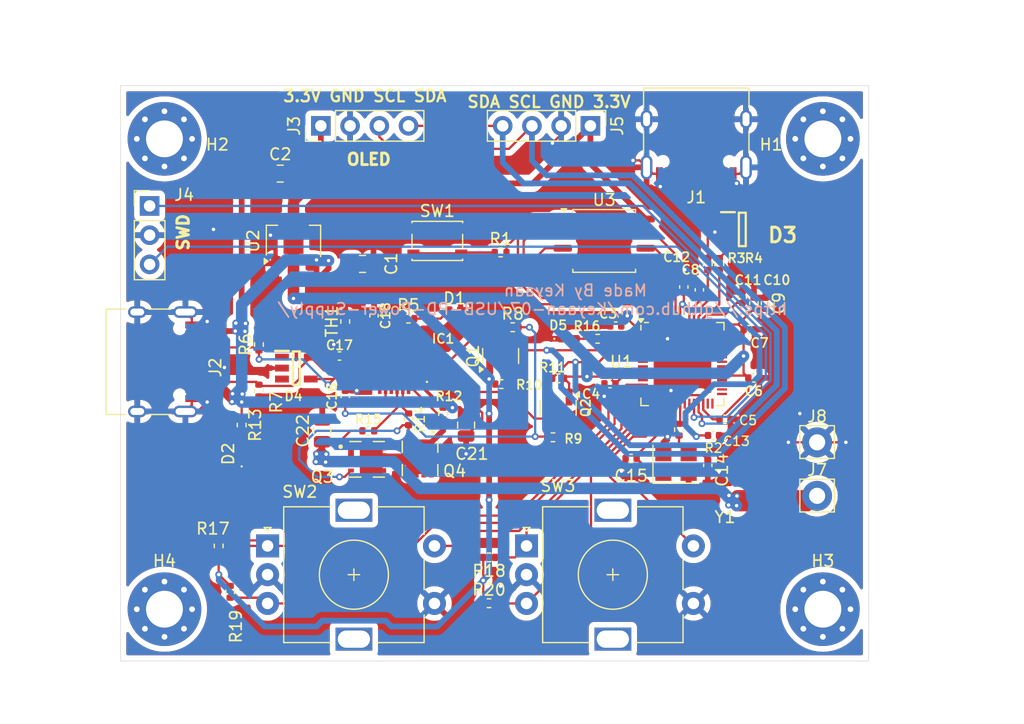
<source format=kicad_pcb>
(kicad_pcb (version 20240108) (generator "pcbnew") (generator_version "8.0")
  (layers (0 "F.Cu" signal) (31 "B.Cu" signal) (34 "B.Paste" user) (35 "F.Paste" user) (36 "B.SilkS" user "B.Silkscreen") (37 "F.SilkS" user "F.Silkscreen") (38 "B.Mask" user) (39 "F.Mask" user) (44 "Edge.Cuts" user))
  (net 0 "")
  (net 1 "VBUS")
  (net 2 "GND")
  (net 3 "3.3_main")
  (net 4 "1.1v")
  (net 5 "Net-(C14-Pad2)")
  (net 6 "Net-(U1-XIN)")
  (net 7 "Net-(IC1-IFB)")
  (net 8 "Net-(IC1-V18)")
  (net 9 "5v")
  (net 10 "VBUS_OUT")
  (net 11 "Net-(D1-A)")
  (net 12 "Net-(D2-A)")
  (net 14 "RP2040_USB_DP")
  (net 15 "RP2040_USB_DM")
  (net 17 "PD_CC2")
  (net 18 "PD_CC1")
  (net 19 "Net-(D5-A)")
  (net 22 "Net-(IC1-OTP)")
  (net 24 "SDA_5V")
  (net 26 "Net-(IC1-LED)")
  (net 27 "SCL_5V")
  (net 29 "Net-(IC1-PWR_EN)")
  (net 31 "Net-(IC1-VCC)")
  (net 34 "Net-(IC1-VOUT)")
  (net 37 "SDA_3.3v")
  (net 38 "SCL_3.3V")
  (net 39 "SWDCLK")
  (net 40 "SWDIO")
  (net 41 "GATE_NMOS")
  (net 42 "Net-(R1-Pad1)")
  (net 43 "QSPI_SS")
  (net 44 "Net-(U1-XOUT)")
  (net 45 "Net-(U1-USB_DP)")
  (net 46 "Net-(U1-USB_DM)")
  (net 47 "A_RE1")
  (net 48 "A_RE2")
  (net 49 "B_RE1")
  (net 50 "B_RE2")
  (net 51 "SW_RE1")
  (net 52 "SW_RE2")
  (net 58 "QSPI_SD2")
  (net 62 "QSPI_SD1")
  (net 63 "QSPI_SD3")
  (net 64 "QSPI_SCLK")
  (net 70 "QSPI_SD0")
  (net 74 "Net-(Q3-D)")
  (net 83 "Net-(U1-GPIO0)")
  (footprint "Package_TO_SOT_SMD:SOT-23" (layer "F.Cu") (at 182.5 72.5 90)
    (property "Reference" "Q1")
    (property "Value" "BSS138")
  )
  (footprint "Capacitor_SMD:C_0805_2012Metric" (layer "F.Cu") (at 179.5 78.5 -90)
    (property "Reference" "C21")
    (property "Value" "10u")
  )
  (footprint "Resistor_SMD:R_0402_1005Metric" (layer "F.Cu") (at 158 89 -90)
    (property "Reference" "R17")
    (property "Value" "5.1k")
  )
  (footprint "Capacitor_SMD:C_0402_1005Metric" (layer "F.Cu") (at 200.5 82 90)
    (property "Reference" "C14")
    (property "Value" "15p")
  )
  (footprint "Connector_PinHeader_2.54mm:PinHeader_1x04_P2.54mm_Vertical" (layer "F.Cu") (at 190.3 52.5 -90)
    (property "Reference" "J5")
    (property "Value" "Conn_01x04_Socket_external")
  )
  (footprint "Resistor_SMD:R_0402_1005Metric" (layer "F.Cu") (at 198 78.9 90)
    (property "Reference" "R2")
    (property "Value" "1k")
  )
  (footprint "Resistor_SMD:R_0402_1005Metric" (layer "F.Cu") (at 182.55 74.9375 180)
    (property "Reference" "R10")
    (property "Value" "5.1k")
  )
  (footprint "Package_DFN_QFN:TRANS_AONR21307" (layer "F.Cu") (at 175.5 81.4 -90)
    (property "Reference" "Q4")
    (property "Value" "AON7672E")
  )
  (footprint "Capacitor_SMD:C_0402_1005Metric" (layer "F.Cu") (at 198.417912 66.501605 -90)
    (property "Reference" "C12")
    (property "Value" "100n")
  )
  (footprint "Capacitor_SMD:C_0805_2012Metric" (layer "F.Cu") (at 170.5 64.5 180)
    (property "Reference" "C1")
    (property "Value" "10u")
  )
  (footprint "Connector_USB:USB_C_Receptacle_XKB_U262-16XN-4BVC11" (layer "F.Cu") (at 199.5 53 180)
    (property "Reference" "J1")
    (property "Value" "USB_C_Receptacle_USB2.0_14P_RP2040")
  )
  (footprint "Capacitor_SMD:C_0402_1005Metric" (layer "F.Cu") (at 171.5 69 -90)
    (property "Reference" "C18")
    (property "Value" "100n")
  )
  (footprint "Package_DFN_QFN:TRANS_AONR21307" (layer "F.Cu") (at 170.9 81.475)
    (property "Reference" "Q3")
    (property "Value" "AON7672E")
  )
  (footprint "Resistor_SMD:R_0402_1005Metric" (layer "F.Cu") (at 182.5 63.5)
    (property "Reference" "R1")
    (property "Value" "1k")
  )
  (footprint "Capacitor_SMD:C_0402_1005Metric" (layer "F.Cu") (at 204.51 67.9 -90)
    (property "Reference" "C10")
    (property "Value" "1u")
  )
  (footprint "Connector_PinHeader_2.54mm:PinHeader_1x03_P2.54mm_Vertical" (layer "F.Cu") (at 152 59.46)
    (property "Reference" "J4")
    (property "Value" "Conn_01x03_Pin_SWD")
  )
  (footprint "Capacitor_SMD:C_0402_1005Metric" (layer "F.Cu") (at 192 74.9)
    (property "Reference" "C4")
    (property "Value" "100n")
  )
  (footprint "Resistor_SMD:R_0402_1005Metric" (layer "F.Cu") (at 160 78.5 -90)
    (property "Reference" "R13")
    (property "Value" "10k")
  )
  (footprint "LED_SMD:LED_0402_1005Metric" (layer "F.Cu") (at 178.515 68.5 180)
    (property "Reference" "D1")
    (property "Value" "LED")
  )
  (footprint "Package_DFN_QFN:QFN-56-1EP_7x7mm_P0.4mm_EP3.2x3.2mm" (layer "F.Cu") (at 198.3 73.2)
    (property "Reference" "U1")
    (property "Value" "RP2040")
  )
  (footprint "Connector_USB:USB_C_Receptacle_XKB_U262-16XN-4BVC11" (layer "F.Cu") (at 152 73 -90)
    (property "Reference" "J2")
    (property "Value" "USB_C_Receptacle_USB2.0_14P")
  )
  (footprint "Crystal:Crystal_SMD_3225-4Pin_3.2x2.5mm" (layer "F.Cu") (at 197.7375 81.9)
    (property "Reference" "Y1")
    (property "Value" "Crystal_GND24")
  )
  (footprint "Connector_Pin:Pin_D1.4mm_L8.5mm_W2.8mm_FlatFork" (layer "F.Cu") (at 210 80 180)
    (property "Reference" "J8")
    (property "Value" "Conn_01x01_Socket")
  )
  (footprint "Capacitor_SMD:C_0402_1005Metric" (layer "F.Cu") (at 199.767805 66.750339 -90)
    (property "Reference" "C8")
    (property "Value" "100n")
  )
  (footprint "Package_TO_SOT_SMD:SOT95P280X145-5N" (layer "F.Cu") (at 203.5 61.5)
    (property "Reference" "D3")
    (property "Value" "ESDS314DBVR" (hide yes))
  )
  (footprint "MountingHole:MountingHole_3.2mm_M3_Pad_Via" (layer "F.Cu") (at 153.289626 94.5)
    (property "Reference" "H4")
    (property "Value" "MountingHole")
  )
  (footprint "Capacitor_SMD:C_0402_1005Metric" (layer "F.Cu") (at 201 79.4 180)
    (property "Reference" "C13")
    (property "Value" "100n")
  )
  (footprint "MountingHole:MountingHole_3.2mm_M3_Pad_Via" (layer "F.Cu") (at 210.5 53.631553)
    (property "Reference" "H1")
    (property "Value" "MountingHole")
  )
  (footprint "Package_TO_SOT_SMD:SOT-23" (layer "F.Cu") (at 187.5 77 -90)
    (property "Reference" "Q2")
    (property "Value" "BSS138")
  )
  (footprint "Resistor_SMD:R_0402_1005Metric" (layer "F.Cu") (at 187.05 79.5625 180)
    (property "Reference" "R9")
    (property "Value" "5.1k")
  )
  (footprint "MountingHole:MountingHole_3.2mm_M3_Pad_Via" (layer "F.Cu") (at 210.5 94.5)
    (property "Reference" "H3")
    (property "Value" "MountingHole")
  )
  (footprint "Capacitor_SMD:C_0805_2012Metric" (layer "F.Cu") (at 163.35 56.65)
    (property "Reference" "C2")
    (property "Value" "10u")
  )
  (footprint "LED_SMD:LED_0402_1005Metric" (layer "F.Cu") (at 160 81 90)
    (property "Reference" "D2")
    (property "Value" "LED")
  )
  (footprint "Connector_Pin:Pin_D1.4mm_L8.5mm_W2.8mm_FlatFork" (layer "F.Cu") (at 210 84.65 180)
    (property "Reference" "J7")
    (property "Value" "Conn_01x01_Socket")
  )
  (footprint "Capacitor_SMD:C_0402_1005Metric" (layer "F.Cu") (at 192.5 69.9)
    (property "Reference" "C3")
    (property "Value" "100n")
  )
  (footprint "Resistor_SMD:R_0402_1005Metric" (layer "F.Cu") (at 169 69.5 90)
    (property "Reference" "TH1")
    (property "Value" "10k @ 25C")
  )
  (footprint "Resistor_SMD:R_0402_1005Metric" (layer "F.Cu") (at 181.49 93.98)
    (property "Reference" "R20")
    (property "Value" "5.1k")
  )
  (footprint "Resistor_SMD:R_0402_1005Metric" (layer "F.Cu") (at 181.5 90 180)
    (property "Reference" "R18")
    (property "Value" "5.1k")
  )
  (footprint "LED_SMD:LED_0402_1005Metric_Pad0.77x0.64mm_HandSolder" (layer "F.Cu") (at 188.4275 71)
    (property "Reference" "D5")
    (property "Value" "LED")
  )
  (footprint "Resistor_SMD:R_0402_1005Metric" (layer "F.Cu") (at 174.49 69.25)
    (property "Reference" "R5")
    (property "Value" "1k")
  )
  (footprint "Resistor_SMD:R_0402_1005Metric" (layer "F.Cu") (at 174.5 78 90)
    (property "Reference" "R14")
    (property "Value" "10")
  )
  (footprint "Capacitor_SMD:C_0402_1005Metric" (layer "F.Cu") (at 204.090208 70.204771 180)
    (property "Reference" "C7")
    (property "Value" "100n")
  )
  (footprint "Capacitor_SMD:C_0402_1005Metric" (layer "F.Cu") (at 203.5 67.4 -90)
    (property "Reference" "C11")
    (property "Value" "1u")
  )
  (footprint "Rotary_Encoder:RotaryEncoder_Alps_EC11E-Switch_Vertical_H20mm" (layer "F.Cu") (at 184.75 89)
    (property "Reference" "SW3")
    (property "Value" "RotaryEncoder_Switch_Current")
  )
  (footprint "Resistor_SMD:R_0402_1005Metric" (layer "F.Cu") (at 159 92.99 -90)
    (property "Reference" "R19")
    (property "Value" "5.1k")
  )
  (footprint "Capacitor_SMD:C_0402_1005Metric" (layer "F.Cu") (at 205.51 67.92 -90)
    (property "Reference" "C9")
    (property "Value" "100n")
  )
  (footprint "Capacitor_SMD:C_0402_1005Metric" (layer "F.Cu") (at 169 76 90)
    (property "Reference" "C16")
    (property "Value" "1u")
  )
  (footprint "Resistor_SMD:R_0402_1005Metric" (layer "F.Cu") (at 201.5 64.5 -90)
    (property "Reference" "R4")
    (property "Value" "27")
  )
  (footprint "Resistor_SMD:R_0402_1005Metric" (layer "F.Cu") (at 161.5 75.5 90)
    (property "Reference" "R7")
    (property "Value" "5.1k")
  )
  (footprint "MountingHole:MountingHole_3.2mm_M3_Pad_Via" (layer "F.Cu") (at 153.289626 53.631553)
    (property "Reference" "H2")
    (property "Value" "MountingHole")
  )
  (footprint "Resistor_SMD:R_0402_1005Metric" (layer "F.Cu") (at 190.9275 71 180)
    (property "Reference" "R16")
    (property "Value" "1k")
  )
  (footprint "Package_QFP:AP33772SDKZ13FA01" (layer "F.Cu") (at 173.25 73.5 180)
    (property "Reference" "IC1")
    (property "Value" "AP33772SDKZ-13-FA01" (hide yes))
  )
  (footprint "Rotary_Encoder:RotaryEncoder_Alps_EC11E-Switch_Vertical_H20mm" (layer "F.Cu") (at 162.25 89)
    (property "Reference" "SW2")
    (property "Value" "RotaryEncoder_Switch_Voltage")
  )
  (footprint "Package_SO:SOIC-8_5.23x5.23mm_P1.27mm" (layer "F.Cu") (at 191.5 62.5)
    (property "Reference" "U3")
    (property "Value" "W25Q128JVS")
  )
  (footprint "Resistor_SMD:R_0402_1005Metric" (layer "F.Cu") (at 177.5 77.5 -90)
    (property "Reference" "R12")
    (property "Value" "5m")
  )
  (footprint "Resistor_SMD:R_0402_1005Metric" (layer "F.Cu") (at 200.5 64.5 -90)
    (property "Reference" "R3")
    (property "Value" "27")
  )
  (footprint "Resistor_SMD:R_0402_1005Metric" (layer "F.Cu") (at 161.5 71.5 90)
    (property "Reference" "R6")
    (property "Value" "5.1k")
  )
  (footprint "Resistor_SMD:R_0402_1005Metric" (layer "F.Cu") (at 183.55 70)
    (property "Reference" "R8")
    (property "Value" "5.1k")
  )
  (footprint "Package_TO_SOT_SMD:SOT95P280X145-5N" (layer "F.Cu") (at 164.75 73.55)
    (property "Reference" "D4")
    (property "Value" "ESDS314DBVR" (hide yes))
  )
  (footprint "Connector_PinHeader_2.54mm:PinHeader_1x04_P2.54mm_Vertical" (layer "F.Cu") (at 166.88 52.5 90)
    (property "Reference" "J3")
    (property "Value" "Conn_01x04_Socket_OLED")
  )
  (footprint "Capacitor_SMD:C_0402_1005Metric" (layer "F.Cu") (at 204.5 74.4 180)
    (property "Reference" "C6")
    (property "Value" "100n")
  )
  (footprint "Resistor_SMD:R_0402_1005Metric" (layer "F.Cu") (at 187.5 74.4375)
    (property "Reference" "R11")
    (property "Value" "5.1k")
  )
  (footprint "Capacitor_SMD:C_0402_1005Metric" (layer "F.Cu") (at 202 78 180)
    (property "Reference" "C5")
    (property "Value" "100n")
  )
  (footprint "Package_TO_SOT_SMD:SOT-89-3" (layer "F.Cu") (at 164.5 62.5 90)
    (property "Reference" "U2")
    (property "Value" "AMS1117s-3.3")
  )
  (footprint "Resistor_SMD:R_0402_1005Metric" (layer "F.Cu") (at 171 79 180)
    (property "Reference" "R15")
    (property "Value" "100")
  )
  (footprint "Button_Switch_SMD:SW_SPST_PTS810" (layer "F.Cu") (at 177 62.5)
    (property "Reference" "SW1")
    (property "Value" "SW_Push")
  )
  (footprint "Capacitor_SMD:C_0402_1005Metric" (layer "F.Cu") (at 193.8375 81.4)
    (property "Reference" "C15")
    (property "Value" "15p")
  )
  (footprint "Capacitor_SMD:C_0402_1005Metric" (layer "F.Cu") (at 168.5 72.5)
    (property "Reference" "C17")
    (property "Value" "100n")
  )
  (footprint "Capacitor_SMD:C_0805_2012Metric" (layer "F.Cu") (at 167 79 90)
    (property "Reference" "C22")
    (property "Value" "10u")
  )
  (gr_rect (start 149.4746 49) (end 214.4746 99) (stroke (width 0.05)) (fill none) (layer "Edge.Cuts"))
  (gr_text "                Made By Keyaan                \nhttps://github.com/Keyaan-07/USB-PD-Power-Supply/" (at 207.5 69 0) (layer "B.SilkS") (effects (font (size 1 1)) (justify left bottom mirror)))
  (gr_text "OLED" (at 169 56 0) (layer "F.SilkS") (effects (font (size 1 1) (thickness 0.25) (bold yes)) (justify left bottom)))
  (gr_text "SDA SCL GND 3.3V\n" (at 179.5 51 0) (layer "F.SilkS") (effects (font (size 1 1) (thickness 0.2) (bold yes)) (justify left bottom)))
  (gr_text "SWD\n" (at 155.5 63.46 90) (layer "F.SilkS") (effects (font (size 1 1) (thickness 0.25) (bold yes)) (justify left bottom)))
  (gr_text "3.3V GND SCL SDA\n" (at 163.5 50.5 0) (layer "F.SilkS") (effects (font (size 1 1) (thickness 0.2) (bold yes)) (justify left bottom)))
  (segment (start 160.047102 76.452898) (end 160 76.5) (width 0.5) (layer "F.Cu") (net 1))
  (segment (start 159.564011 69.640096) (end 160.283818 70.359903) (width 0.5) (layer "F.Cu") (net 1))
  (segment (start 175.26 74.75) (end 177.5 76.99) (width 0.3) (layer "F.Cu") (net 1))
  (segment (start 160 69.640096) (end 160 54) (width 0.5) (layer "F.Cu") (net 1))
  (segment (start 160 54) (end 164 50) (width 0.5) (layer "F.Cu") (net 1))
  (segment (start 178.94 76.99) (end 179.5 77.55) (width 0.3) (layer "F.Cu") (net 1))
  (segment (start 159.207124 75.780193) (end 159.207124 76) (width 0.5) (layer "F.Cu") (net 1))
  (segment (start 177.5 76.99) (end 178.31316 76.99) (width 0.3) (layer "F.Cu") (net 1))
  (segment (start 159.490942 69.640096) (end 160 69.640096) (width 0.5) (layer "F.Cu") (net 1))
  (segment (start 160.254835 70.33092) (end 160.283818 70.359903) (width 0.5) (layer "F.Cu") (net 1))
  (segment (start 166.5 65.35) (end 166.8 65.65) (width 0.5) (layer "F.Cu") (net 1))
  (segment (start 200.905 55) (end 201.75 55.845) (width 0.2) (layer "F.Cu") (net 1))
  (segment (start 167.494894 64.15) (end 167.551701 64.206807) (width 0.5) (layer "F.Cu") (net 1))
  (segment (start 194 54) (end 197.195 54) (width 0.5) (layer "F.Cu") (net 1))
  (segment (start 158.695 70.33092) (end 158.37592 70.65) (width 0.5) (layer "F.Cu") (net 1))
  (segment (start 159.44384 70.33092) (end 160.254835 70.33092) (width 0.5) (layer "F.Cu") (net 1))
  (segment (start 159.490942 69.640096) (end 159.564011 69.640096) (width 0.5) (layer "F.Cu") (net 1))
  (segment (start 194 52) (end 194 54) (width 0.5) (layer "F.Cu") (net 1))
  (segment (start 160.018119 75.780193) (end 160.047102 75.809176) (width 0.5) (layer "F.Cu") (net 1))
  (segment (start 166.5 64.15) (end 167.494894 64.15) (width 0.5) (layer "F.Cu") (net 1))
  (segment (start 159.160022 76.471017) (end 158.139005 75.45) (width 0.5) (layer "F.Cu") (net 1))
  (segment (start 158 70.65) (end 157.9 70.55) (width 0.5) (layer "F.Cu") (net 1))
  (segment (start 160.33092 69.669079) (end 160.105681 69.669079) (width 0.5) (layer "F.Cu") (net 1))
  (segment (start 168.35 65.65) (end 168.5 65.5) (width 0.5) (layer "F.Cu") (net 1))
  (segment (start 159.207124 76) (end 159.207124 76.423915) (width 0.5) (layer "F.Cu") (net 1))
  (segment (start 168 65.65) (end 168.35 65.65) (width 0.5) (layer "F.Cu") (net 1))
  (segment (start 167.551701 64.206807) (end 167.551701 64.898299) (width 0.5) (layer "F.Cu") (net 1))
  (segment (start 160 69.640096) (end 160.301937 69.640096) (width 0.5) (layer "F.Cu") (net 1))
  (segment (start 160 77.99) (end 160 76.5) (width 0.2) (layer "F.Cu") (net 1))
  (segment (start 175.175 74.75) (end 175.26 74.75) (width 0.2) (layer "F.Cu") (net 1))
  (segment (start 168.5 65.5) (end 169.8 64.2) (width 0.5) (layer "F.Cu") (net 1))
  (segment (start 197.25 56.67) (end 197.285 56.635) (width 0.2) (layer "F.Cu") (net 1))
  (segment (start 192 50) (end 194 52) (width 0.5) (layer "F.Cu") (net 1))
  (segment (start 158.37592 70.65) (end 158 70.65) (width 0.5) (layer "F.Cu") (net 1))
  (segment (start 158.139005 75.45) (end 155.67 75.45) (width 0.5) (layer "F.Cu") (net 1))
  (segment (start 164 50) (end 192 50) (width 0.5) (layer "F.Cu") (net 1))
  (segment (start 160.105681 69.669079) (end 159.44384 70.33092) (width 0.5) (layer "F.Cu") (net 1))
  (segment (start 167.551701 64.898299) (end 166.8 65.65) (width 0.5) (layer "F.Cu") (net 1))
  (segment (start 196.95 56.245) (end 198.195 55) (width 0.2) (layer "F.Cu") (net 1))
  (segment (start 159.207124 75.780193) (end 160.018119 75.780193) (width 0.5) (layer "F.Cu") (net 1))
  (segment (start 158.557124 75.35) (end 155.77 75.35) (width 0.5) (layer "F.Cu") (net 1))
  (segment (start 178.31316 76.99) (end 178.94 76.99) (width 0.3) (layer "F.Cu") (net 1))
  (segment (start 159.971017 76.471017) (end 160 76.5) (width 0.5) (layer "F.Cu") (net 1))
  (segment (start 159.44384 70.33092) (end 158.695 70.33092) (width 0.5) (layer "F.Cu") (net 1))
  (segment (start 159.207124 76) (end 158.557124 75.35) (width 0.5) (layer "F.Cu") (net 1))
  (segment (start 160.301937 69.640096) (end 160.33092 69.669079) (width 0.5) (layer "F.Cu") (net 1))
  (segment (start 166.5 64.15) (end 166.5 65.35) (width 0.5) (layer "F.Cu") (net 1))
  (segment (start 201.75 56.37) (end 202.05 56.67) (width 0.2) (layer "F.Cu") (net 1))
  (segment (start 196.95 56.67) (end 196.95 56.245) (width 0.2) (layer "F.Cu") (net 1))
  (segment (start 159.280193 75.780193) (end 160 76.5) (width 0.5) (layer "F.Cu") (net 1))
  (segment (start 157.9 70.55) (end 155.67 70.55) (width 0.5) (layer "F.Cu") (net 1))
  (segment (start 201.75 55.845) (end 201.75 56.37) (width 0.2) (layer "F.Cu") (net 1))
  (segment (start 197.8475 54.6525) (end 200.5575 54.6525) (width 0.5) (layer "F.Cu") (net 1))
  (segment (start 197.195 54) (end 197.8475 54.6525) (width 0.5) (layer "F.Cu") (net 1))
  (segment (start 159.160022 76.471017) (end 159.971017 76.471017) (width 0.5) (layer "F.Cu") (net 1))
  (segment (start 200.5575 54.6525) (end 200.905 55) (width 0.5) (layer "F.Cu") (net 1))
  (segment (start 159.207124 76.423915) (end 159.160022 76.471017) (width 0.5) (layer "F.Cu") (net 1))
  (segment (start 197.8475 54.6525) (end 198.195 55) (width 0.5) (layer "F.Cu") (net 1))
  (segment (start 160.047102 75.809176) (end 160.047102 76.452898) (width 0.5) (layer "F.Cu") (net 1))
  (segment (start 159.207124 75.780193) (end 159.280193 75.780193) (width 0.5) (layer "F.Cu") (net 1))
  (segment (start 166.8 65.65) (end 168 65.65) (width 0.5) (layer "F.Cu") (net 1))
  (via (at 159.207124 75.780193) (size 0.6) (drill 0.3) (layers "F.Cu" "B.Cu") (net 1))
  (via (at 159.490942 69.640096) (size 0.6) (drill 0.3) (layers "F.Cu" "B.Cu") (net 1))
  (via (at 160.283818 70.359903) (size 0.6) (drill 0.3) (layers "F.Cu" "B.Cu") (net 1))
  (via (at 159.160022 76.471017) (size 0.6) (drill 0.3) (layers "F.Cu" "B.Cu") (net 1))
  (via (at 160 76.5) (size 0.6) (drill 0.3) (layers "F.Cu" "B.Cu") (net 1))
  (via (at 166.5 64.15) (size 0.6) (drill 0.3) (layers "F.Cu" "B.Cu") (net 1))
  (via (at 160.33092 69.669079) (size 0.6) (drill 0.3) (layers "F.Cu" "B.Cu") (net 1))
  (via (at 160.047102 75.809176) (size 0.6) (drill 0.3) (layers "F.Cu" "B.Cu") (net 1))
  (via (at 178.31316 76.99) (size 0.6) (drill 0.3) (layers "F.Cu" "B.Cu") (net 1))
  (via (at 159.44384 70.33092) (size 0.6) (drill 0.3) (layers "F.Cu" "B.Cu") (net 1))
  (via (at 167.551701 64.206807) (size 0.6) (drill 0.3) (layers "F.Cu" "B.Cu") (net 1))
  (segment (start 159.472823 70.359903) (end 159.44384 70.33092) (width 0.5) (layer "B.Cu") (net 1))
  (segment (start 160 70.359903) (end 159.472823 70.359903) (width 0.5) (layer "B.Cu") (net 1))
  (segment (start 159.207124 75.780193) (end 159.5 75.780193) (width 0.5) (layer "B.Cu") (net 1))
  (segment (start 178.31316 76.99) (end 177.82316 76.5) (width 1) (layer "B.Cu") (net 1))
  (segment (start 160 70.359903) (end 160 75.280193) (width 1) (layer "B.Cu") (net 1))
  (segment (start 163.85 64.15) (end 160 68) (width 1) (layer "B.Cu") (net 1))
  (segment (start 177.82316 76.5) (end 160 76.5) (width 1) (layer "B.Cu") (net 1))
  (segment (start 159.832727 76.5) (end 160 76.5) (width 0.5) (layer "B.Cu") (net 1))
  (segment (start 160 68) (end 160 70.359903) (width 1) (layer "B.Cu") (net 1))
  (segment (start 160.301937 69.640096) (end 160.33092 69.669079) (width 0.5) (layer "B.Cu") (net 1))
  (segment (start 159.160022 75.827295) (end 159.832727 76.5) (width 0.5) (layer "B.Cu") (net 1))
  (segment (start 159.44384 70.33092) (end 159.44384 69.687198) (width 0.5) (layer "B.Cu") (net 1))
  (segment (start 160.283818 70.359903) (end 159.472823 70.359903) (width 0.5) (layer "B.Cu") (net 1))
  (segment (start 160.33092 69.669079) (end 160.33092 70.312801) (width 0.5) (layer "B.Cu") (net 1))
  (segment (start 159.44384 69.687198) (end 159.490942 69.640096) (width 0.5) (layer "B.Cu") (net 1))
  (segment (start 160.018119 75.780193) (end 160.047102 75.809176) (width 0.5) (layer "B.Cu") (net 1))
  (segment (start 166.5 64.15) (end 163.85 64.15) (width 1) (layer "B.Cu") (net 1))
  (segment (start 159.385261 76.471017) (end 160.047102 75.809176) (width 0.5) (layer "B.Cu") (net 1))
  (segment (start 166.556807 64.206807) (end 166.5 64.15) (width 0.5) (layer "B.Cu") (net 1))
  (segment (start 160.33092 70.312801) (end 160.283818 70.359903) (width 0.5) (layer "B.Cu") (net 1))
  (segment (start 160 75.280193) (end 159.5 75.780193) (width 1) (layer "B.Cu") (net 1))
  (segment (start 167.551701 64.206807) (end 166.556807 64.206807) (width 1) (layer "B.Cu") (net 1))
  (segment (start 159.160022 75.827295) (end 159.207124 75.780193) (width 0.5) (layer "B.Cu") (net 1))
  (segment (start 159.160022 76.471017) (end 159.160022 75.827295) (width 0.5) (layer "B.Cu") (net 1))
  (segment (start 159.5 75.780193) (end 160.018119 75.780193) (width 0.5) (layer "B.Cu") (net 1))
  (segment (start 160.283818 70.359903) (end 160 70.359903) (width 0.5) (layer "B.Cu") (net 1))
  (segment (start 159.160022 76.471017) (end 159.385261 76.471017) (width 0.5) (layer "B.Cu") (net 1))
  (segment (start 159.490942 69.640096) (end 160.301937 69.640096) (width 0.5) (layer "B.Cu") (net 1))
  (segment (start 155.67 76.35) (end 156.85 76.35) (width 0.2) (layer "F.Cu") (net 2))
  (segment (start 156.55 76.05) (end 157 76.5) (width 0.2) (layer "F.Cu") (net 2))
  (segment (start 210 80) (end 212.5 80) (width 0.2) (layer "F.Cu") (net 2))
  (segment (start 155.67 69.245) (end 155.105 68.68) (width 0.2) (layer "F.Cu") (net 2))
  (segment (start 199.1075 82.48) (end 198.8375 82.75) (width 0.2) (layer "F.Cu") (net 2))
  (segment (start 196.372597 56.892597) (end 196.15 56.67) (width 0.2) (layer "F.Cu") (net 2))
  (segment (start 202.85 56.67) (end 202.85 57.35) (width 0.2) (layer "F.Cu") (net 2))
  (segment (start 187.76 53.24) (end 187 54) (width 0.2) (layer "F.Cu") (net 2))
  (segment (start 196.372597 57.779436) (end 196.372597 56.892597) (width 0.2) (layer "F.Cu") (net 2))
  (segment (start 155.67 76.755) (end 155.105 77.32) (width 0.2) (layer "F.Cu") (net 2))
  (segment (start 184.75 91.5) (end 183.75 92.5) (width 0.2) (layer "F.Cu") (net 2))
  (segment (start 202.25 61.5) (end 201.348529 61.5) (width 0.2) (layer "F.Cu") (net 2))
  (segment (start 180.9 78.05) (end 179.5 79.45) (width 0.2) (layer "F.Cu") (net 2))
  (segment (start 155.67 69.95) (end 156.55 69.95) (width 0.2) (layer "F.Cu") (net 2))
  (segment (start 201.48 82.48) (end 201.5 82.5) (width 0.2) (layer "F.Cu") (net 2))
  (segment (start 155.67 76.05) (end 155.67 76.35) (width 0.2) (layer "F.Cu") (net 2))
  (segment (start 162.5 62.5) (end 163 63) (width 0.2) (layer "F.Cu") (net 2))
  (segment (start 155.67 76.05) (end 156.55 76.05) (width 0.2) (layer "F.Cu") (net 2))
  (segment (start 163.5 73.55) (end 158.55 73.55) (width 0.2) (layer "F.Cu") (net 2))
  (segment (start 156.85 69.65) (end 157 69.5) (width 0.2) (layer "F.Cu") (net 2))
  (segment (start 177.209744 73.75) (end 180.9 77.440256) (width 0.2) (layer "F.Cu") (net 2))
  (segment (start 198.5 65.939517) (end 198.417912 66.021605) (width 0.2) (layer "F.Cu") (net 2))
  (segment (start 156.55 69.95) (end 157 69.5) (width 0.2) (layer "F.Cu") (net 2))
  (segment (start 175.175 73.75) (end 177.209744 73.75) (width 0.2) (layer "F.Cu") (net 2))
  (segment (start 196.15 56.67) (end 196.45 56.67) (width 0.2) (layer "F.Cu") (net 2))
  (segment (start 193.3575 82.1425) (end 193 82.5) (width 0.2) (layer "F.Cu") (net 2))
  (segment (start 200.5 82.48) (end 201.48 82.48) (width 0.2) (layer "F.Cu") (net 2))
  (segment (start 155.67 76.05) (end 155.67 76.755) (width 0.2) (layer "F.Cu") (net 2))
  (segment (start 197 80.6875) (end 196.6375 81.05) (width 0.2) (layer "F.Cu") (net 2))
  (segment (start 179.5 79.45) (end 179.5 81) (width 0.2) (layer "F.Cu") (net 2))
  (segment (start 194 55.5) (end 194.575 55.5) (width 0.2) (layer "F.Cu") (net 2))
  (segment (start 173.5 73.75) (end 173.25 73.5) (width 0.2) (layer "F.Cu") (net 2))
  (segment (start 196.15 56.67) (end 195.745 56.67) (width 0.2) (layer "F.Cu") (net 2))
  (segment (start 168.02 71.52) (end 168 71.5) (width 0.2) (layer "F.Cu") (net 2))
  (segment (start 197 71) (end 197 71.9) (width 0.2) (layer "F.Cu") (net 2))
  (segment (start 191.52 75.98) (end 191.52 74.9) (width 0.2) (layer "F.Cu") (net 2))
  (segment (start 210 80) (end 207.5 80) (width 0.2) (layer "F.Cu") (net 2))
  (segment (start 197.3 76.6375) (end 197.3 75.5) (width 0.2) (layer "F.Cu") (net 2))
  (segment (start 196.45 56.67) (end 195.745 56.67) (width 0.2) (layer "F.Cu") (net 2))
  (segment (start 197.3 74.2) (end 198.3 73.2) (width 0.2) (layer "F.Cu") (net 2))
  (segment (start 199.519071 66.021605) (end 199.767805 66.270339) (width 0.2) (layer "F.Cu") (net 2))
  (segment (start 180.9 77.440256) (end 180.9 78.05) (width 0.2) (layer "F.Cu") (net 2))
  (segment (start 169 75.52) (end 169.98 75.52) (width 0.2) (layer "F.Cu") (net 2))
  (segment (start 155.67 69.95) (end 155.67 69.65) (width 0.2) (layer "F.Cu") (net 2))
  (segment (start 197.3 75.5) (end 197.3 74.2) (width 0.2) (layer "F.Cu") (net 2))
  (segment (start 202.85 56.67) (end 202.55 56.67) (width 0.2) (layer "F.Cu") (net 2))
  (segment (start 187.76 52.5) (end 187.76 53.24) (width 0.2) (layer "F.Cu") (net 2))
  (segment (start 155.67 69.65) (end 156.85 69.65) (width 0.2) (layer "F.Cu") (net 2))
  (segment (start 195.745 56.67) (end 195.18 56.105) (width 0.2) (layer "F.Cu") (net 2))
  (segment (start 157 76.5) (end 156.18 77.32) (width 0.2) (layer "F.Cu") (net 2))
  (segment (start 155.67 69.95) (end 155.67 69.245) (width 0.2) (layer "F.Cu") (net 2))
  (segment (start 156.18 77.32) (end 155.105 77.32) (width 0.2) (layer "F.Cu") (net 2))
  (segment (start 196.45 57.702033) (end 196.372597 57.779436) (width 0.2) (layer "F.Cu") (net 2))
  (segment (start 191.5 76) (end 191.52 75.98) (width 0.2) (layer "F.Cu") (net 2))
  (segment (start 210 80) (end 208.5 78.5) (width 0.2) (layer "F.Cu") (net 2))
  (segment (start 201.348529 61.5) (end 201.114611 61.733918) (width 0.2) (layer "F.Cu") (net 2))
  (segment (start 197 79.5) (end 197 80.6875) (width 0.2) (layer "F.Cu") (net 2))
  (segment (start 208.5 78.5) (end 208.5 77.5) (width 0.2) (layer "F.Cu") (net 2))
  (segment (start 175.175 73.75) (end 173.5 73.75) (width 0.2) (layer "F.Cu") (net 2))
  (segment (start 200.5 82.48) (end 199.1075 82.48) (width 0.2) (layer "F.Cu") (net 2))
  (segment (start 194.575 55.5) (end 195.18 56.105) (width 0.2) (layer "F.Cu") (net 2))
  (segment (start 169.98 75.52) (end 170 75.5) (width 0.2) (layer "F.Cu") (net 2))
  (segment (start 202.55 57.05) (end 203 57.5) (width 0.2) (layer "F.Cu") (net 2))
  (segment (start 198.5 65) (end 198.5 65.939517) (width 0.2) (layer "F.Cu") (net 2))
  (segment (start 202.55 56.67) (end 202.55 57.05) (width 0.2) (layer "F.Cu") (net 2))
  (segment (start 183.75 92.5) (end 182.5 92.5) (width 0.2) (layer "F.Cu") (net 2))
  (segment (start 198.417912 66.021605) (end 199.519071 66.021605) (width 0.2) (layer "F.Cu") (net 2))
  (segment (start 193.3575 81.4) (end 193.3575 82.1425) (width 0.2) (layer "F.Cu") (net 2))
  (segment (start 202.85 56.67) (end 203.255 56.67) (width 0.2) (layer "F.Cu") (net 2))
  (segment (start 162.5 62) (end 162.5 62.5) (width 0.2) (layer "F.Cu") (net 2))
  (segment (start 155.67 76.35) (end 155.67 76.755) (width 0.2) (layer "F.Cu") (net 2))
  (segment (start 158.55 73.55) (end 158.5 73.5) (width 0.2) (layer "F.Cu") (net 2))
  (segment (start 196.45 56.67) (end 196.45 57.702033) (width 0.2) (layer "F.Cu") (net 2))
  (segment (start 197 71.9) (end 198.3 73.2) (width 0.2) (layer "F.Cu") (net 2))
  (segment (start 156.85 76.35) (end 157 76.5) (width 0.2) (layer "F.Cu") (net 2))
  (segment (start 202.85 57.35) (end 203 57.5) (width 0.2) (layer "F.Cu") (net 2))
  (segment (start 163 63) (end 163 64.45) (width 0.2) (layer "F.Cu") (net 2))
  (segment (start 203.255 56.67) (end 203.82 56.105) (width 0.2) (layer "F.Cu") (net 2))
  (segment (start 168.02 72.5) (end 168.02 71.52) (width 0.2) (layer "F.Cu") (net 2))
  (via (at 196.372597 57.779436) (size 0.6) (drill 0.3) (layers "F.Cu" "B.Cu") (net 2))
  (via (at 187 54) (size 0.6) (drill 0.3) (layers "F.Cu" "B.Cu") (net 2))
  (via (at 157.549122 61.499999) (size 0.6) (drill 0.3) (layers "F.Cu" "B.Cu") (net 2))
  (via (at 193 82.5) (size 0.6) (drill 0.3) (layers "F.Cu" "B.Cu") (net 2))
  (via (at 179.5 81) (size 0.6) (drill 0.3) (layers "F.Cu" "B.Cu") (net 2))
  (via (at 170 75.5) (size 0.6) (drill 0.3) (layers "F.Cu" "B.Cu") (net 2))
  (via (at 162.5 62) (size 0.6) (drill 0.3) (layers "F.Cu" "B.Cu") (net 2))
  (via (at 212.5 80) (size 0.6) (drill 0.3) (layers "F.Cu" "B.Cu") (net 2))
  (via (at 197 79.5) (size 0.6) (drill 0.3) (layers "F.Cu" "B.Cu") (net 2))
  (via (at 201.5 82.5) (size 0.6) (drill 0.3) (layers "F.Cu" "B.Cu") (net 2))
  (via (at 201.114611 61.733918) (size 0.6) (drill 0.3) (layers "F.Cu" "B.Cu") (net 2))
  (via (at 197.3 75.5) (size 0.6) (drill 0.3) (layers "F.Cu" "B.Cu") (net 2))
  (via (at 203 57.5) (size 0.6) (drill 0.3) (layers "F.Cu" "B.Cu") (net 2))
  (via (at 191.5 76) (size 0.6) (drill 0.3) (layers "F.Cu" "B.Cu") (net 2))
  (via (at 158.5 73.5) (size 0.6) (drill 0.3) (layers "F.Cu" "B.Cu") (net 2))
  (via (at 198.5 65) (size 0.6) (drill 0.3) (layers "F.Cu" "B.Cu") (net 2))
  (via (at 182.5 92.5) (size 0.6) (drill 0.3) (layers "F.Cu" "B.Cu") (net 2))
  (via (at 208.5 77.5) (size 0.6) (drill 0.3) (layers "F.Cu" "B.Cu") (net 2))
  (via (at 157 76.5) (size 0.6) (drill 0.3) (layers "F.Cu" "B.Cu") (net 2))
  (via (at 197 71) (size 0.6) (drill 0.3) (layers "F.Cu" "B.Cu") (net 2))
  (via (at 157 69.5) (size 0.6) (drill 0.3) (layers "F.Cu" "B.Cu") (net 2))
  (via (at 194 55.5) (size 0.6) (drill 0.3) (layers "F.Cu" "B.Cu") (net 2))
  (via (at 168 71.5) (size 0.6) (drill 0.3) (layers "F.Cu" "B.Cu") (net 2))
  (via (at 207.5 80) (size 0.6) (drill 0.3) (layers "F.Cu" "B.Cu") (net 2))
  (segment (start 195.18 56.105) (end 195.18 51.925) (width 0.2) (layer "B.Cu") (net 2))
  (segment (start 200.1 76.6375) (end 200.1 77.17136) (width 0.2) (layer "F.Cu") (net 3))
  (segment (start 181.5 77.5) (end 181.5 85) (width 0.5) (layer "F.Cu") (net 3))
  (segment (start 203.1275 69.7625) (end 203.167937 69.7625) (width 0.2) (layer "F.Cu") (net 3))
  (segment (start 198.70364 75.9) (end 199.89636 75.9) (width 0.2) (layer "F.Cu") (net 3))
  (segment (start 166 55) (end 166.88 54.12) (width 0.5) (layer "F.Cu") (net 3))
  (segment (start 164.3 56.65) (end 164.3 59.15) (width 0.5) (layer "F.Cu") (net 3))
  (segment (start 181.55 74.4475) (end 182.04 74.9375) (width 0.2) (layer "F.Cu") (net 3))
  (segment (start 188.45 76.0625) (end 188.45 74.8775) (width 0.2) (layer "F.Cu") (net 3))
  (segment (start 198.9 69.7625) (end 198.9 70.29636) (width 0.2) (layer "F.Cu") (net 3))
  (segment (start 198.5 76.10364) (end 198.70364 75.9) (width 0.2) (layer "F.Cu") (net 3))
  (segment (start 204.02 75.5) (end 204.02 74.4) (width 0.2) (layer "F.Cu") (net 3))
  (segment (start 198.9 69.7625) (end 198.9 68.6) (width 0.2) (layer "F.Cu") (net 3))
  (segment (start 158 89.51) (end 158 91.48) (width 0.2) (layer "F.Cu") (net 3))
  (segment (start 192.48 74.9) (end 191.87 74.29) (width 0.2) (layer "F.Cu") (net 3))
  (segment (start 165.95 55) (end 166 55) (width 0.5) (layer "F.Cu") (net 3))
  (segment (start 180.99 90) (end 180.99 92) (width 0.2) (layer "F.Cu") (net 3))
  (segment (start 180.99 92) (end 180.99 93.97) (width 0.2) (layer "F.Cu") (net 3))
  (segment (start 185.3 57.5) (end 190.3 52.5) (width 0.5) (layer "F.Cu") (net 3))
  (segment (start 200.9 69.7625) (end 203.1275 69.7625) (width 0.2) (layer "F.Cu") (net 3))
  (segment (start 205.49 68.38) (end 205.51 68.4) (width 0.2) (layer "F.Cu") (net 3))
  (segment (start 164.3 59.15) (end 164.5 59.35) (width 0.2) (layer "F.Cu") (net 3))
  (segment (start 200.1 76.10364) (end 200.1 76.6375) (width 0.2) (layer "F.Cu") (net 3))
  (segment (start 200.92864 78) (end 201.52 78) (width 0.2) (layer "F.Cu") (net 3))
  (segment (start 188.45 74.8775) (end 188.01 74.4375) (width 0.2) (layer "F.Cu") (net 3))
  (segment (start 201.7375 74.2) (end 203.82 74.2) (width 0.2) (layer "F.Cu") (net 3))
  (segment (start 190.3 52.5) (end 190.3 55.795) (width 0.5) (layer "F.Cu") (net 3))
  (segment (start 192.48 74.9) (end 193.18 74.2) (width 0.2) (layer "F.Cu") (net 3))
  (segment (start 203.82 74.2) (end 204.02 74.4) (width 0.2) (layer "F.Cu") (net 3))
  (segment (start 198.5 76.6375) (end 198.5 76.10364) (width 0.2) (layer "F.Cu") (net 3))
  (segment (start 203.167937 69.7625) (end 203.610208 70.204771) (width 0.2) (layer "F.Cu") (net 3))
  (segment (start 200.5 69.7625) (end 200.9 69.7625) (width 0.2) (layer "F.Cu") (net 3))
  (segment (start 199.767805 67.732195) (end 199.767805 67.230339) (width 0.2) (layer "F.Cu") (net 3))
  (segment (start 166.88 54.12) (end 166.88 52.5) (width 0.5) (layer "F.Cu") (net 3))
  (segment (start 199.89636 75.9) (end 200.1 76.10364) (width 0.2) (layer "F.Cu") (net 3))
  (segment (start 164.5 65.65) (end 164.5 67.5) (width 1) (layer "F.Cu") (net 3))
  (segment (start 166.35 57.5) (end 185.3 57.5) (width 0.5) (layer "F.Cu") (net 3))
  (segment (start 203.214979 70.6) (end 203.610208 70.204771) (width 0.2) (layer "F.Cu") (net 3))
  (segment (start 200.1 77.17136) (end 200.92864 78) (width 0.2) (layer "F.Cu") (net 3))
  (segment (start 198.9 69.7625) (end 198.5 69.7625) (width 0.2) (layer "F.Cu") (net 3))
  (segment (start 192.98 69.52) (end 193.5 69) (width 0.2) (layer "F.Cu") (net 3))
  (segment (start 191.87 74.29) (end 188.1575 74.29) (width 0.2) (layer "F.Cu") (net 3))
  (segment (start 193.18 74.2) (end 194.8625 74.2) (width 0.2) (layer "F.Cu") (net 3))
  (segment (start 204.51 68.38) (end 205.49 68.38) (width 0.2) (layer "F.Cu") (net 3))
  (segment (start 193.5 69.2375) (end 194.8625 70.6) (width 0.2) (layer "F.Cu") (net 3))
  (segment (start 199.20364 70.6) (end 201.7375 70.6) (width 0.2) (layer "F.Cu") (net 3))
  (segment (start 203.1275 69.7625) (end 204.51 68.38) (width 0.2) (layer "F.Cu") (net 3))
  (segment (start 164.5 59.35) (end 166.35 57.5) (width 0.5) (layer "F.Cu") (net 3))
  (segment (start 158.01 91.49) (end 159 92.48) (width 0.2) (layer "F.Cu") (net 3))
  (segment (start 181.55 73.4375) (end 181.55 74.4475) (width 0.2) (layer "F.Cu") (net 3))
  (segment (start 164.3 56.65) (end 165.95 55) (width 0.5) (layer "F.Cu") (net 3))
  (segment (start 193.5 69) (end 193.5 69.2375) (width 0.2) (layer "F.Cu") (net 3))
  (segment (start 158 91.48) (end 158.01 91.49) (width 0.2) (layer "F.Cu") (net 3))
  (segment (start 188.1575 74.29) (end 188.01 74.4375) (width 0.2) (layer "F.Cu") (net 3))
  (segment (start 192.98 69.9) (end 192.98 69.52) (width 0.2) (layer "F.Cu") (net 3))
  (segment (start 164.5 59.35) (end 164.5 65.65) (width 1) (layer "F.Cu") (net 3))
  (segment (start 190.3 55.795) (end 195.1 60.595) (width 0.5) (layer "F.Cu") (net 3))
  (segment (start 203.610208 72.5) (end 203.610208 73.990208) (width 0.2) (layer "F.Cu") (net 3))
  (segment (start 201.7375 70.6) (end 203.214979 70.6) (width 0.2) (layer "F.Cu") (net 3))
  (segment (start 198.9 70.29636) (end 199.20364 70.6) (width 0.2) (layer "F.Cu") (net 3))
  (segment (start 201.52 78) (end 204.02 75.5) (width 0.2) (layer "F.Cu") (net 3))
  (segment (start 180.99 93.97) (end 180.98 93.98) (width 0.2) (layer "F.Cu") (net 3))
  (segment (start 198.9 68.6) (end 199.767805 67.732195) (width 0.2) (layer "F.Cu") (net 3))
  (segment (start 203.610208 73.990208) (end 204.02 74.4) (width 0.2) (layer "F.Cu") (net 3))
  (segment (start 203.610208 70.204771) (end 203.610208 72.5) (width 0.2) (layer "F.Cu") (net 3))
  (via (at 203.610208 72.5) (size 0.6) (drill 0.3) (layers "F.Cu" "B.Cu") (net 3))
  (via (at 193.5 69) (size 0.6) (drill 0.3) (layers "F.Cu" "B.Cu") (net 3))
  (via (at 180.99 92) (size 0.6) (drill 0.3) (layers "F.Cu" "B.Cu") (net 3))
  (via (at 158.01 91.49) (size 0.6) (drill 0.3) (layers "F.Cu" "B.Cu") (net 3))
  (via (at 181.5 74.5) (size 0.6) (drill 0.3) (layers "F.Cu" "B.Cu") (net 3))
  (via (at 164.5 67.5) (size 0.6) (drill 0.3) (layers "F.Cu" "B.Cu") (net 3))
  (via (at 181.5 77.5) (size 0.6) (drill 0.3) (layers "F.Cu" "B.Cu") (net 3))
  (via (at 181.5 85) (size 0.6) (drill 0.3) (layers "F.Cu" "B.Cu") (net 3))
  (via (at 189.999999 74.285853) (size 0.6) (drill 0.3) (layers "F.Cu" "B.Cu") (net 3))
  (segment (start 186.440685 69.059315) (end 189.999999 72.618628) (width 1) (layer "B.Cu") (net 3))
  (segment (start 186.440685 69.059315) (end 186.690685 69.309315) (width 1) (layer "B.Cu") (net 3))
  (segment (start 173 96) (end 172.5 95.5) (width 0.5) (layer "B.Cu") (net 3))
  (segment (start 181.5 85) (end 181.5 91.49) (width 0.5) (layer "B.Cu") (net 3))
  (segment (start 189.999999 72.618628) (end 189.999999 74.285853) (width 1) (layer "B.Cu") (net 3))
  (segment (start 158.01 92.01) (end 158.01 91.49) (width 0.5) (layer "B.Cu") (net 3))
  (segment (start 202.110208 74) (end 203.610208 72.5) (width 1) (layer "B.Cu") (net 3))
  (segment (start 172.5 95.5) (end 167 95.5) (width 0.5) (layer "B.Cu") (net 3))
  (segment (start 181.5 91.49) (end 180.99 92) (width 0.5) (layer "B.Cu") (net 3))
  (segment (start 166.5 96) (end 162 96) (width 0.5) (layer "B.Cu") (net 3))
  (segment (start 186.690685 69.309315) (end 193.190685 69.309315) (width 1) (layer "B.Cu") (net 3))
  (segment (start 162 96) (end 158.01 92.01) (width 0.5) (layer "B.Cu") (net 3))
  (segment (start 193.190685 69.309315) (end 193.5 69) (width 1) (layer "B.Cu") (net 3))
  (segment (start 189.999999 72.618628) (end 191.381371 74) (width 1) (layer "B.Cu") (net 3))
  (segment (start 164.5 67.5) (end 174.5 67.5) (width 1) (layer "B.Cu") (net 3))
  (segment (start 177.54 95.45) (end 177.54 95.46) (width 0.5) (layer "B.Cu") (net 3))
  (segment (start 167 95.5) (end 166.5 96) (width 0.5) (layer "B.Cu") (net 3))
  (segment (start 181.5 74.5) (end 181.5 77.5) (width 0.5) (layer "B.Cu") (net 3))
  (segment (start 174.5 67.5) (end 184.881371 67.5) (width 1) (layer "B.Cu") (net 3))
  (segment (start 177 96) (end 173 96) (width 0.5) (layer "B.Cu") (net 3))
  (segment (start 180.99 92) (end 177.54 95.45) (width 0.5) (layer "B.Cu") (net 3))
  (segment (start 184.881371 67.5) (end 186.440685 69.059315) (width 1) (layer "B.Cu") (net 3))
  (segment (start 177.54 95.46) (end 177 96) (width 0.5) (layer "B.Cu") (net 3))
  (segment (start 174.5 67.5) (end 181.5 74.5) (width 1) (layer "B.Cu") (net 3))
  (segment (start 191.381371 74) (end 202.110208 74) (width 1) (layer "B.Cu") (net 3))
  (segment (start 199.4 79.4) (end 200.52 79.4) (width 0.2) (layer "F.Cu") (net 4))
  (segment (start 200.1 69.22864) (end 200.42864 68.9) (width 0.2) (layer "F.Cu") (net 4))
  (segment (start 203.02 67.88) (end 203.5 67.88) (width 0.2) (layer "F.Cu") (net 4))
  (segment (start 200.42864 68.9) (end 202 68.9) (width 0.2) (layer "F.Cu") (net 4))
  (segment (start 198.1 68.2) (end 198.1 69.7625) (width 0.2) (layer "F.Cu") (net 4))
  (segment (start 202 68.9) (end 203.02 67.88) (width 0.2) (layer "F.Cu") (net 4))
  (segment (start 200.1 69.7625) (end 200.1 69.22864) (width 0.2) (layer "F.Cu") (net 4))
  (segment (start 198.3 68) (end 198.1 68.2) (width 0.2) (layer "F.Cu") (net 4))
  (segment (start 198.705181 78.705181) (end 199.4 79.4) (width 0.2) (layer "F.Cu") (net 4))
  (segment (start 198.9 76.6375) (end 198.9 77.17136) (width 0.2) (layer "F.Cu") (net 4))
  (segment (start 198.9 77.17136) (end 198.705181 77.366179) (width 0.2) (layer "F.Cu") (net 4))
  (segment (start 198.417912 67.882088) (end 198.3 68) (width 0.2) (layer "F.Cu") (net 4))
  (segment (start 198.705181 77.366179) (end 198.705181 78.705181) (width 0.2) (layer "F.Cu") (net 4))
  (segment (start 198.417912 66.981605) (end 198.417912 67.882088) (width 0.2) (layer "F.Cu") (net 4))
  (via (at 199.5 79.5) (size 0.6) (drill 0.3) (layers "F.Cu" "B.Cu") (net 4))
  (via (at 202.5 68.5) (size 0.6) (drill 0.3) (layers "F.Cu" "B.Cu") (net 4))
  (via (at 198.3 68) (size 0.6) (drill 0.3) (layers "F.Cu" "B.Cu") (net 4))
  (segment (start 204.263965 74.95) (end 201.05 74.95) (width 0.5) (layer "B.Cu") (net 4))
  (segment (start 198.555181 77.444819) (end 198.555181 78.555181) (width 0.5) (layer "B.Cu") (net 4))
  (segment (start 198.555181 78.555181) (end 199.5 79.5) (width 0.5) (layer "B.Cu") (net 4))
  (segment (start 202.5 68.5) (end 198.8 68.5) (width 0.5) (layer "B.Cu") (net 4))
  (segment (start 205 74.213965) (end 205 71) (width 0.5) (layer "B.Cu") (net 4))
  (segment (start 205 74.213965) (end 204.263965 74.95) (width 0.5) (layer "B.Cu") (net 4))
  (segment (start 199.5 79.5) (end 199.713965 79.5) (width 0.2) (layer "B.Cu") (net 4))
  (segment (start 205 71) (end 202.5 68.5) (width 0.5) (layer "B.Cu") (net 4))
  (segment (start 198.8 68.5) (end 198.3 68) (width 0.5) (layer "B.Cu") (net 4))
  (segment (start 201.05 74.95) (end 198.555181 77.444819) (width 0.5) (layer "B.Cu") (net 4))
  (segment (start 198 80.2125) (end 198.8375 81.05) (width 0.2) (layer "F.Cu") (net 5))
  (segment (start 198.8375 81.05) (end 200.03 81.05) (width 0.2) (layer "F.Cu") (net 5))
  (segment (start 200.03 81.05) (end 200.5 81.52) (width 0.2) (layer "F.Cu") (net 5))
  (segment (start 198 79.41) (end 198 80.2125) (width 0.2) (layer "F.Cu") (net 5))
  (segment (start 195.6675 82.75) (end 196.6375 82.75) (width 0.2) (layer "F.Cu") (net 6))
  (segment (start 197.7 76.6375) (end 197.7 77.751076) (width 0.2) (layer "F.Cu") (net 6))
  (segment (start 197.7 77.751076) (end 194.3175 81.133576) (width 0.2) (layer "F.Cu") (net 6))
  (segment (start 194.3175 81.4) (end 195.6675 82.75) (width 0.2) (layer "F.Cu") (net 6))
  (segment (start 194.3175 81.133576) (end 194.3175 81.4) (width 0.2) (layer "F.Cu") (net 6))
  (segment (start 168.98 72.5) (end 169.73 73.25) (width 0.2) (layer "F.Cu") (net 7))
  (segment (start 169.73 73.25) (end 171.325 73.25) (width 0.2) (layer "F.Cu") (net 7))
  (segment (start 171.5 71.075) (end 172 71.575) (width 0.2) (layer "F.Cu") (net 8))
  (segment (start 171.5 69.48) (end 171.5 71.075) (width 0.2) (layer "F.Cu") (net 8))
  (segment (start 169 76.48) (end 172.07 76.48) (width 0.2) (layer "F.Cu") (net 9))
  (segment (start 172.5 76.05) (end 172.5 75.425) (width 0.2) (layer "F.Cu") (net 9))
  (segment (start 169 76.48) (end 169 77.5) (width 0.2) (layer "F.Cu") (net 9))
  (segment (start 172.07 76.48) (end 172.5 76.05) (width 0.2) (layer "F.Cu") (net 9))
  (segment (start 185 70) (end 184.06 70) (width 0.2) (layer "F.Cu") (net 9))
  (segment (start 186.4775 79.5) (end 186.54 79.5625) (width 0.2) (layer "F.Cu") (net 9))
  (segment (start 185.5 79.5) (end 186.4775 79.5) (width 0.2) (layer "F.Cu") (net 9))
  (via (at 169 77.5) (size 0.6) (drill 0.3) (layers "F.Cu" "B.Cu") (net 9))
  (via (at 185 70) (size 0.6) (drill 0.3) (layers "F.Cu" "B.Cu") (net 9))
  (via (at 185.5 79.5) (size 0.6) (drill 0.3) (layers "F.Cu" "B.Cu") (net 9))
  (segment (start 185.5 70.5) (end 185 70) (width 0.2) (layer "B.Cu") (net 9))
  (segment (start 169 77.5) (end 174 77.5) (width 0.2) (layer "B.Cu") (net 9))
  (segment (start 185.5 79.5) (end 185.5 70.5) (width 0.2) (layer "B.Cu") (net 9))
  (segment (start 174 77.5) (end 176 79.5) (width 0.2) (layer "B.Cu") (net 9))
  (segment (start 176 79.5) (end 185.5 79.5) (width 0.2) (layer "B.Cu") (net 9))
  (segment (start 203.028983 84.660022) (end 203.028983 84.733091) (width 0.5) (layer "F.Cu") (net 10))
  (segment (start 169.45 79) (end 168.5 79.95) (width 0.2) (layer "F.Cu") (net 10))
  (segment (start 202.952898 85.452898) (end 203 85.5) (width 0.5) (layer "F.Cu") (net 10))
  (segment (start 203.039005 84.65) (end 210 84.65) (width 1) (layer "F.Cu") (net 10))
  (segment (start 202.981881 84.61292) (end 203.028983 84.660022) (width 0.5) (layer "F.Cu") (net 10))
  (segment (start 203.528983 85.160022) (end 203.028983 84.660022) (width 0.5) (layer "F.Cu") (net 10))
  (segment (start 202.338159 84.61292) (end 202.338159 85.423915) (width 0.5) (layer "F.Cu") (net 10))
  (segment (start 202.309176 85.452898) (end 202.952898 85.452898) (width 0.5) (layer "F.Cu") (net 10))
  (segment (start 167 79.95) (end 167 80.689005) (width 0.5) (layer "F.Cu") (net 10))
  (segment (start 202.338159 84.838159) (end 203 85.5) (width 0.5) (layer "F.Cu") (net 10))
  (segment (start 167 79.95) (end 168.5 79.95) (width 0.5) (layer "F.Cu") (net 10))
  (segment (start 209.15 85.5) (end 210 84.65) (width 1) (layer "F.Cu") (net 10))
  (segment (start 203.028983 85.471017) (end 203 85.5) (width 0.5) (layer "F.Cu") (net 10))
  (segment (start 167 80.689005) (end 167.339978 81.028983) (width 0.5) (layer "F.Cu") (net 10))
  (segment (start 167 80.5) (end 166.5 81) (width 0.5) (layer "F.Cu") (net 10))
  (segment (start 167 79.95) (end 167 80.5) (width 0.5) (layer "F.Cu") (net 10))
  (segment (start 167.292876 81.719807) (end 166.481881 81.719807) (width 0.5) (layer "F.Cu") (net 10))
  (segment (start 202.338159 84.61292) (end 202.338159 84.838159) (width 0.5) (layer "F.Cu") (net 10))
  (segment (start 203.028983 84.660022) (end 203.028983 85.471017) (width 0.5) (layer "F.Cu") (net 10))
  (segment (start 167.339978 81.672705) (end 167.292876 81.719807) (width 0.5) (layer "F.Cu") (net 10))
  (segment (start 166.481881 81.719807) (end 166.452898 81.690824) (width 0.5) (layer "F.Cu") (net 10))
  (segment (start 168.95 79.95) (end 169.5 80.5) (width 0.5) (layer "F.Cu") (net 10))
  (segment (start 202.338159 84.61292) (end 202.981881 84.61292) (width 0.5) (layer "F.Cu") (net 10))
  (segment (start 203.028983 84.733091) (end 202.309176 85.452898) (width 0.5) (layer "F.Cu") (net 10))
  (segment (start 170.49 79) (end 169.45 79) (width 0.2) (layer "F.Cu") (net 10))
  (segment (start 202.338159 85.423915) (end 202.309176 85.452898) (width 0.5) (layer "F.Cu") (net 10))
  (segment (start 203 85.5) (end 209.15 85.5) (width 1) (layer "F.Cu") (net 10))
  (segment (start 203.028983 84.660022) (end 203.039005 84.65) (width 0.5) (layer "F.Cu") (net 10))
  (segment (start 169.5 80.5) (end 169.5 81.8) (width 0.5) (layer "F.Cu") (net 10))
  (segment (start 168.5 79.95) (end 168.95 79.95) (width 0.5) (layer "F.Cu") (net 10))
  (segment (start 167.339978 81.028983) (end 167.339978 81.672705) (width 0.5) (layer "F.Cu") (net 10))
  (via (at 203.028983 84.660022) (size 0.6) (drill 0.3) (layers "F.Cu" "B.Cu") (net 10))
  (via (at 166.5 81) (size 0.6) (drill 0.3) (layers "F.Cu" "B.Cu") (net 10))
  (via (at 167.339978 81.028983) (size 0.6) (drill 0.3) (layers "F.Cu" "B.Cu") (net 10))
  (via (at 202.309176 85.452898) (size 0.6) (drill 0.3) (layers "F.Cu" "B.Cu") (net 10))
  (via (at 203 85.5) (size 0.6) (drill 0.3) (layers "F.Cu" "B.Cu") (net 10))
  (via (at 202.338159 84.61292) (size 0.6) (drill 0.3) (layers "F.Cu" "B.Cu") (net 10))
  (via (at 167.292876 81.719807) (size 0.6) (drill 0.3) (layers "F.Cu" "B.Cu") (net 10))
  (via (at 166.452898 81.690824) (size 0.6) (drill 0.3) (layers "F.Cu" "B.Cu") (net 10))
  (segment (start 166.5 81) (end 166.5 81.643722) (width 0.5) (layer "B.Cu") (net 10))
  (segment (start 166.5 81) (end 167.310995 81) (width 0.5) (layer "B.Cu") (net 10))
  (segment (start 175.5 84) (end 201.5 84) (width 1) (layer "B.Cu") (net 10))
  (segment (start 201.5 84) (end 203 85.5) (width 1) (layer "B.Cu") (net 10))
  (segment (start 167.339978 81.672705) (end 167.292876 81.719807) (width 0.5) (layer "B.Cu") (net 10))
  (segment (start 166.5 81.643722) (end 166.452898 81.690824) (width 0.5) (layer "B.Cu") (net 10))
  (segment (start 167.339978 81.672705) (end 173.172705 81.672705) (width 1) (layer "B.Cu") (net 10))
  (segment (start 166.573069 81) (end 167.292876 81.719807) (width 0.5) (layer "B.Cu") (net 10))
  (segment (start 167.339978 81.028983) (end 167.114739 81.028983) (width 0.5) (layer "B.Cu") (net 10))
  (segment (start 166.452898 81.690824) (end 167.321859 81.690824) (width 0.5) (layer "B.Cu") (net 10))
  (segment (start 167.321859 81.690824) (end 167.339978 81.672705) (width 0.5) (layer "B.Cu") (net 10))
  (segment (start 167.114739 81.028983) (end 166.452898 81.690824) (width 0.5) (layer "B.Cu") (net 10))
  (segment (start 166.5 81) (end 166.573069 81) (width 0.5) (layer "B.Cu") (net 10))
  (segment (start 167.339978 81.028983) (end 167.339978 81.672705) (width 0.5) (layer "B.Cu") (net 10))
  (segment (start 167.310995 81) (end 167.339978 81.028983) (width 0.5) (layer "B.Cu") (net 10))
  (segment (start 173.172705 81.672705) (end 175.5 84) (width 1) (layer "B.Cu") (net 10))
  (segment (start 175 69.25) (end 177.28 69.25) (width 0.2) (layer "F.Cu") (net 11))
  (segment (start 177.28 69.25) (end 178.03 68.5) (width 0.2) (layer "F.Cu") (net 11))
  (segment (start 160 79.01) (end 160 80.515) (width 0.2) (layer "F.Cu") (net 12))
  (segment (start 200.5 59) (end 200 58.5) (width 0.2) (layer "F.Cu") (net 14))
  (segment (start 200.5 63.99) (end 200.5 61.5) (width 0.2) (layer "F.Cu") (net 14))
  (segment (start 200 58.5) (end 200 58) (width 0.2) (layer "F.Cu") (net 14))
  (segment (start 201.45 60.55) (end 202.25 60.55) (width 0.2) (layer "F.Cu") (net 14))
  (segment (start 200.5 61.5) (end 200.5 59) (width 0.2) (layer "F.Cu") (net 14))
  (segment (start 199.755 58.5) (end 200 58.5) (width 0.2) (layer "F.Cu") (net 14))
  (segment (start 200 58) (end 199.75 57.75) (width 0.2) (layer "F.Cu") (net 14))
  (segment (start 198.75 56.67) (end 198.75 57.495) (width 0.2) (layer "F.Cu") (net 14))
  (segment (start 200.5 61.5) (end 201.45 60.55) (width 0.2) (layer "F.Cu") (net 14))
  (segment (start 198.75 57.495) (end 199.755 58.5) (width 0.2) (layer "F.Cu") (net 14))
  (segment (start 199.75 57.75) (end 199.75 56.67) (width 0.2) (layer "F.Cu") (net 14))
  (segment (start 199.595 55.5) (end 200 55.5) (width 0.2) (layer "F.Cu") (net 15))
  (segment (start 202.255 59.5) (end 202.85 59.5) (width 0.2) (layer "F.Cu") (net 15))
  (segment (start 200.25 56.67) (end 200.25 57.495) (width 0.2) (layer "F.Cu") (net 15))
  (segment (start 202.85 59.5) (end 203.5 60.15) (width 0.2) (layer "F.Cu") (net 15))
  (segment (start 203.5 62) (end 203.05 62.45) (width 0.2) (layer "F.Cu") (net 15))
  (segment (start 202.25 63.25) (end 202.25 62.45) (width 0.2) (layer "F.Cu") (net 15))
  (segment (start 199.25 56.67) (end 199.25 55.845) (width 0.2) (layer "F.Cu") (net 15))
  (segment (start 201.5 63.99) (end 201.51 63.99) (width 0.2) (layer "F.Cu") (net 15))
  (segment (start 203.05 62.45) (end 202.25 62.45) (width 0.2) (layer "F.Cu") (net 15))
  (segment (start 199.25 55.845) (end 199.595 55.5) (width 0.2) (layer "F.Cu") (net 15))
  (segment (start 201.51 63.99) (end 202.25 63.25) (width 0.2) (layer "F.Cu") (net 15))
  (segment (start 200 55.5) (end 200.25 55.75) (width 0.2) (layer "F.Cu") (net 15))
  (segment (start 200.25 57.495) (end 202.255 59.5) (width 0.2) (layer "F.Cu") (net 15))
  (segment (start 200.25 55.75) (end 200.25 56.67) (width 0.2) (layer "F.Cu") (net 15))
  (segment (start 203.5 60.15) (end 203.5 62) (width 0.2) (layer "F.Cu") (net 15))
  (segment (start 164.4 75.1) (end 165 74.5) (width 0.2) (layer "F.Cu") (net 17))
  (segment (start 161.5 74.99) (end 161.61 75.1) (width 0.2) (layer "F.Cu") (net 17))
  (segment (start 167.15 73.75) (end 171.325 73.75) (width 0.2) (layer "F.Cu") (net 17))
  (segment (start 161.61 75.1) (end 164.4 75.1) (width 0.2) (layer "F.Cu") (net 17))
  (segment (start 166 72.6) (end 167.15 73.75) (width 0.2) (layer "F.Cu") (net 17))
  (segment (start 161.26 74.75) (end 155.67 74.75) (width 0.2) (layer "F.Cu") (net 17))
  (segment (start 165 73.6) (end 166 72.6) (width 0.2) (layer "F.Cu") (net 17))
  (segment (start 165 74.5) (end 165 73.6) (width 0.2) (layer "F.Cu") (net 17))
  (segment (start 161.5 74.99) (end 161.26 74.75) (width 0.2) (layer "F.Cu") (net 17))
  (segment (start 168 74.5) (end 168.25 74.25) (width 0.2) (layer "F.Cu") (net 18))
  (segment (start 167.5 75) (end 168.25 74.25) (width 0.2) (layer "F.Cu") (net 18))
  (segment (start 168.25 74.25) (end 171.325 74.25) (width 0.2) (layer "F.Cu") (net 18))
  (segment (start 166 74.5) (end 168 74.5) (width 0.2) (layer "F.Cu") (net 18))
  (segment (start 161.5 72.01) (end 161.5 72.776796) (width 0.2) (layer "F.Cu") (net 18))
  (segment (start 161.5 72.776796) (end 161.511819 72.788615) (width 0.2) (layer "F.Cu") (net 18))
  (segment (start 161.5 72.01) (end 161.24 71.75) (width 0.2) (layer "F.Cu") (net 18))
  (segment (start 161.24 71.75) (end 155.67 71.75) (width 0.2) (layer "F.Cu") (net 18))
  (via (at 167.5 75) (size 0.6) (drill 0.3) (layers "F.Cu" "B.Cu") (net 18))
  (via (at 161.511819 72.788615) (size 0.6) (drill 0.3) (layers "F.Cu" "B.Cu") (net 18))
  (segment (start 161.511819 72.788615) (end 165.288615 72.788615) (width 0.2) (layer "B.Cu") (net 18))
  (segment (start 165.288615 72.788615) (end 167.5 75) (width 0.2) (layer "B.Cu") (net 18))
  (segment (start 190.4175 71) (end 189 71) (width 0.2) (layer "F.Cu") (net 19))
  (segment (start 169 70.01) (end 169.085 70.01) (width 0.2) (layer "F.Cu") (net 22))
  (segment (start 169.085 70.01) (end 171.325 72.25) (width 0.2) (layer "F.Cu") (net 22))
  (segment (start 171.325 72.25) (end 171.24 72.25) (width 0.2) (layer "F.Cu") (net 22))
  (segment (start 180.125 75.625) (end 177.75 73.25) (width 0.2) (layer "F.Cu") (net 24))
  (segment (start 187.56 77.9975) (end 187.5 77.9375) (width 0.2) (layer "F.Cu") (net 24))
  (segment (start 183.125 75.625) (end 180.125 75.625) (width 0.2) (layer "F.Cu") (net 24))
  (segment (start 183.125 75.625) (end 185.4375 77.9375) (width 0.2) (layer "F.Cu") (net 24))
  (segment (start 187.56 79.5625) (end 187.56 77.9975) (width 0.2) (layer "F.Cu") (net 24))
  (segment (start 185.4375 77.9375) (end 187.5 77.9375) (width 0.2) (layer "F.Cu") (net 24))
  (segment (start 177.75 73.25) (end 175.175 73.25) (width 0.2) (layer "F.Cu") (net 24))
  (segment (start 173.98 69.25) (end 173.98 71.555) (width 0.2) (layer "F.Cu") (net 26))
  (segment (start 173.98 71.555) (end 174 71.575) (width 0.2) (layer "F.Cu") (net 26))
  (segment (start 178.25 72.75) (end 180 71) (width 0.2) (layer "F.Cu") (net 27))
  (segment (start 175.175 72.75) (end 178.25 72.75) (width 0.2) (layer "F.Cu") (net 27))
  (segment (start 181.9375 71) (end 182.5 71.5625) (width 0.2) (layer "F.Cu") (net 27))
  (segment (start 181.5 71) (end 181.9375 71) (width 0.2) (layer "F.Cu") (net 27))
  (segment (start 182.5 71.5625) (end 182.5 70.54) (width 0.2) (layer "F.Cu") (net 27))
  (segment (start 182.5 70.54) (end 183.04 70) (width 0.2) (layer "F.Cu") (net 27))
  (segment (start 180 71) (end 181.5 71) (width 0.2) (layer "F.Cu") (net 27))
  (segment (start 174 76.99) (end 174.5 77.49) (width 0.2) (layer "F.Cu") (net 29))
  (segment (start 174 75.425) (end 174 76.99) (width 0.2) (layer "F.Cu") (net 29))
  (segment (start 177.5 78.01) (end 177.5 78.975) (width 0.5) (layer "F.Cu") (net 31))
  (segment (start 177.5 78.975) (end 176.475 80) (width 0.5) (layer "F.Cu") (net 31))
  (segment (start 176.475 80) (end 175.175 80) (width 0.5) (layer "F.Cu") (net 31))
  (segment (start 174.915 75.425) (end 177.5 78.01) (width 0.2) (layer "F.Cu") (net 31))
  (segment (start 174.5 75.425) (end 174.915 75.425) (width 0.2) (layer "F.Cu") (net 31))
  (segment (start 171.51 79) (end 173.5 77.01) (width 0.2) (layer "F.Cu") (net 34))
  (segment (start 173.5 77.01) (end 173.5 75.425) (width 0.2) (layer "F.Cu") (net 34))
  (segment (start 186.55 76.0625) (end 186.55 74.8775) (width 0.2) (layer "F.Cu") (net 37))
  (segment (start 194.8625 71.8) (end 192.265686 71.8) (width 0.2) (layer "F.Cu") (net 37))
  (segment (start 188.394657 73.032843) (end 191.032843 73.032843) (width 0.2) (layer "F.Cu") (net 37))
  (segment (start 174.5 52.5) (end 182.68 52.5) (width 0.2) (layer "F.Cu") (net 37))
  (segment (start 192.265686 71.8) (end 191.032843 73.032843) (width 0.2) (layer "F.Cu") (net 37))
  (segment (start 186.99 74.4375) (end 188.394657 73.032843) (width 0.2) (layer "F.Cu") (net 37))
  (segment (start 186.55 74.8775) (end 186.99 74.4375) (width 0.2) (layer "F.Cu") (net 37))
  (via (at 189 73.032843) (size 0.6) (drill 0.3) (layers "F.Cu" "B.Cu") (net 37))
  (segment (start 182.68 55.68) (end 182.68 52.5) (width 0.5) (layer "B.Cu") (net 37))
  (segment (start 193.692032 57.5) (end 184.5 57.5) (width 0.5) (layer "B.Cu") (net 37))
  (segment (start 206.5 75) (end 206.5 70.307968) (width 0.5) (layer "B.Cu") (net 37))
  (segment (start 184.5 57.5) (end 182.68 55.68) (width 0.5) (layer "B.Cu") (net 37))
  (segment (start 206.5 70.307968) (end 193.692032 57.5) (width 0.5) (layer "B.Cu") (net 37))
  (segment (start 201.25 80.25) (end 206.5 75) (width 0.5) (layer "B.Cu") (net 37))
  (segment (start 189 75.5) (end 193.75 80.25) (width 0.5) (layer "B.Cu") (net 37))
  (segment (start 193.75 80.25) (end 201.25 80.25) (width 0.5) (layer "B.Cu") (net 37))
  (segment (start 189 73.032843) (end 189 75.5) (width 0.5) (layer "B.Cu") (net 37))
  (segment (start 183.22 54.5) (end 173 54.5) (width 0.2) (layer "F.Cu") (net 38))
  (segment (start 191.5 72) (end 192.1 71.4) (width 0.2) (layer "F.Cu") (net 38))
  (segment (start 185.22 52.5) (end 183.22 54.5) (width 0.2) (layer "F.Cu") (net 38))
  (segment (start 184.69375 72.19375) (end 184.8875 72) (width 0.2) (layer "F.Cu") (net 38))
  (segment (start 183.45 73.4375) (end 183.45 74.5475) (width 0.2) (layer "F.Cu") (net 38))
  (segment (start 173 54.5) (end 171.96 53.46) (width 0.2) (layer "F.Cu") (net 38))
  (segment (start 183.45 73.4375) (end 184.69375 72.19375) (width 0.2) (layer "F.Cu") (net 38))
  (segment (start 186.5 72) (end 191.5 72) (width 0.2) (layer "F.Cu") (net 38))
  (segment (start 183.45 74.5475) (end 183.06 74.9375) (width 0.2) (layer "F.Cu") (net 38))
  (segment (start 184.8875 72) (end 186.5 72) (width 0.2) (layer "F.Cu") (net 38))
  (segment (start 171.96 53.46) (end 171.96 52.5) (width 0.2) (layer "F.Cu") (net 38))
  (segment (start 192.1 71.4) (end 194.8625 71.4) (width 0.2) (layer "F.Cu") (net 38))
  (via (at 186.5 72) (size 0.6) (drill 0.3) (layers "F.Cu" "B.Cu") (net 38))
  (segment (start 186.5 72) (end 187 72) (width 0.5) (layer "B.Cu") (net 38))
  (segment (start 201.5 81) (end 207.2 75.3) (width 0.5) (layer "B.Cu") (net 38))
  (segment (start 193.981982 56.8) (end 186.5 56.8) (width 0.5) (layer "B.Cu") (net 38))
  (segment (start 186.5 56.8) (end 185.22 55.52) (width 0.5) (layer "B.Cu") (net 38))
  (segment (start 207.2 70.018018) (end 193.981982 56.8) (width 0.5) (layer "B.Cu") (net 38))
  (segment (start 185.22 55.52) (end 185.22 52.5) (width 0.5) (layer "B.Cu") (net 38))
  (segment (start 193.51005 81) (end 201.5 81) (width 0.5) (layer "B.Cu") (net 38))
  (segment (start 207.2 75.3) (end 207.2 70.018018) (width 0.5) (layer "B.Cu") (net 38))
  (segment (start 187 72) (end 187.75 72.75) (width 0.5) (layer "B.Cu") (net 38))
  (segment (start 187.75 72.75) (end 187.75 75.23995) (width 0.5) (layer "B.Cu") (net 38))
  (segment (start 187.75 75.23995) (end 193.51005 81) (width 0.5) (layer "B.Cu") (net 38))
  (segment (start 199.3 76.6375) (end 199.3 77.831589) (width 0.2) (layer "F.Cu") (net 39))
  (segment (start 199.3 77.831589) (end 199.305181 77.83677) (width 0.2) (layer "F.Cu") (net 39))
  (via (at 199.305181 77.83677) (size 0.6) (drill 0.3) (layers "F.Cu" "B.Cu") (net 39))
  (segment (start 202.218794 77.772989) (end 205.55 74.441783) (width 0.2) (layer "B.Cu") (net 39))
  (segment (start 197.848529 63) (end 153.54 63) (width 0.2) (layer "B.Cu") (net 39))
  (segment (start 199.368962 77.772989) (end 202.218794 77.772989) (width 0.2) (layer "B.Cu") (net 39))
  (segment (start 153.54 63) (end 152 64.54) (width 0.2) (layer "B.Cu") (net 39))
  (segment (start 205.55 74.441783) (end 205.55 70.701471) (width 0.2) (layer "B.Cu") (net 39))
  (segment (start 205.55 70.701471) (end 197.848529 63) (width 0.2) (layer "B.Cu") (net 39))
  (segment (start 199.305181 77.83677) (end 199.368962 77.772989) (width 0.2) (layer "B.Cu") (net 39))
  (segment (start 199.7 76.6375) (end 199.7 77.38306) (width 0.2) (layer "F.Cu") (net 40))
  (segment (start 199.992447 77.675507) (end 199.992447 78.372989) (width 0.2) (layer "F.Cu") (net 40))
  (segment (start 199.7 77.38306) (end 199.992447 77.675507) (width 0.2) (layer "F.Cu") (net 40))
  (via (at 199.992447 78.372989) (size 0.6) (drill 0.3) (layers "F.Cu" "B.Cu") (net 40))
  (segment (start 199.992447 78.372989) (end 202.18448 78.372989) (width 0.2) (layer "B.Cu") (net 40))
  (segment (start 202.18448 78.372989) (end 205.95 74.607469) (width 0.2) (layer "B.Cu") (net 40))
  (segment (start 205.95 74.607469) (end 205.95 70.535786) (width 0.2) (layer "B.Cu") (net 40))
  (segment (start 194.874214 59.46) (end 152 59.46) (width 0.2) (layer "B.Cu") (net 40))
  (segment (start 205.95 70.535786) (end 194.874214 59.46) (width 0.2) (layer "B.Cu") (net 40))
  (segment (start 168.5 83) (end 168.95 83) (width 0.2) (layer "F.Cu") (net 41))
  (segment (start 174.5 78.51) (end 173.99 78.51) (width 0.2) (layer "F.Cu") (net 41))
  (segment (start 174.5 79.975) (end 174.525 80) (width 0.2) (layer "F.Cu") (net 41))
  (segment (start 168.95 83) (end 169.5 82.45) (width 0.2) (layer "F.Cu") (net 41))
  (segment (start 173.99 78.51) (end 173.5 79) (width 0.2) (layer "F.Cu") (net 41))
  (segment (start 174.5 78.51) (end 174.5 79.975) (width 0.2) (layer "F.Cu") (net 41))
  (via (at 168.5 83) (size 0.6) (drill 0.3) (layers "F.Cu" "B.Cu") (net 41))
  (via (at 173.5 79) (size 0.6) (drill 0.3) (layers "F.Cu" "B.Cu") (net 41))
  (segment (start 166.5 79) (end 165 80.5) (width 0.2) (layer "B.Cu") (net 41))
  (segment (start 165 81.5) (end 166.5 83) (width 0.2) (layer "B.Cu") (net 41))
  (segment (start 173.5 79) (end 166.5 79) (width 0.2) (layer "B.Cu") (net 41))
  (segment (start 166.5 83) (end 168.5 83) (width 0.2) (layer "B.Cu") (net 41))
  (segment (start 165 80.5) (end 165 81.5) (width 0.2) (layer "B.Cu") (net 41))
  (segment (start 179.15 63.5) (end 179.075 63.575) (width 0.2) (layer "F.Cu") (net 42))
  (segment (start 181.99 63.5) (end 179.15 63.5) (width 0.2) (layer "F.Cu") (net 42))
  (segment (start 179.075 63.575) (end 174.925 63.575) (width 0.2) (layer "F.Cu") (net 42))
  (segment (start 186 68) (end 184 66) (width 0.2) (layer "F.Cu") (net 43))
  (segment (start 184 66) (end 184 62) (width 0.2) (layer "F.Cu") (net 43))
  (segment (start 184 62) (end 185.405 60.595) (width 0.2) (layer "F.Cu") (net 43))
  (segment (start 195.7 69.7625) (end 195.7 69.1) (width 0.2) (layer "F.Cu") (net 43))
  (segment (start 184 62) (end 183.01 62.99) (width 0.2) (layer "F.Cu") (net 43))
  (segment (start 186 68) (end 194.6 68) (width 0.2) (layer "F.Cu") (net 43))
  (segment (start 183.01 62.99) (end 183.01 63.5) (width 0.2) (layer "F.Cu") (net 43))
  (segment (start 185.405 60.595) (end 187.9 60.595) (width 0.2) (layer "F.Cu") (net 43))
  (segment (start 194.6 68) (end 195.7 69.1) (width 0.2) (layer "F.Cu") (net 43))
  (segment (start 198.1 78.29) (end 198 78.39) (width 0.2) (layer "F.Cu") (net 44))
  (segment (start 198.1 76.6375) (end 198.1 78.29) (width 0.2) (layer "F.Cu") (net 44))
  (segment (start 199.3 68.897268) (end 200.5 67.697268) (width 0.2) (layer "F.Cu") (net 45))
  (segment (start 199.3 69.7625) (end 199.3 68.897268) (width 0.2) (layer "F.Cu") (net 45))
  (segment (start 200.5 67.697268) (end 200.5 65.01) (width 0.2) (layer "F.Cu") (net 45))
  (segment (start 200.262954 68.5) (end 201 68.5) (width 0.2) (layer "F.Cu") (net 46))
  (segment (start 201.5 68) (end 201.5 65.01) (width 0.2) (layer "F.Cu") (net 46))
  (segment (start 199.7 69.062954) (end 200.262954 68.5) (width 0.2) (layer "F.Cu") (net 46))
  (segment (start 201 68.5) (end 201.5 68) (width 0.2) (layer "F.Cu") (net 46))
  (segment (start 199.7 69.7625) (end 199.7 69.062954) (width 0.2) (layer "F.Cu") (net 46))
  (segment (start 160 89) (end 162.25 89) (width 0.2) (layer "F.Cu") (net 47))
  (segment (start 194.8625 75) (end 193.5 75) (width 0.2) (layer "F.Cu") (net 47))
  (segment (start 183.867157 86.367157) (end 191.867157 78.367157) (width 0.2) (layer "F.Cu") (net 47))
  (segment (start 159.52 88.52) (end 160 89) (width 0.2) (layer "F.Cu") (net 47))
  (segment (start 191.867157 78.367157) (end 191.867157 76.567157) (width 0.2) (layer "F.Cu") (net 47))
  (segment (start 158 88.52) (end 161.77 88.52) (width 0.2) (layer "F.Cu") (net 47))
  (segment (start 161.77 88.52) (end 162.25 89) (width 0.2) (layer "F.Cu") (net 47))
  (segment (start 191.867157 76.567157) (end 193.434314 75) (width 0.2) (layer "F.Cu") (net 47))
  (segment (start 176.978679 86.367157) (end 183.867157 86.367157) (width 0.2) (layer "F.Cu") (net 47))
  (segment (start 162.25 89) (end 174.345836 89) (width 0.2) (layer "F.Cu") (net 47))
  (segment (start 174.345836 89) (end 176.978679 86.367157) (width 0.2) (layer "F.Cu") (net 47))
  (segment (start 193.434314 75) (end 193.5 75) (width 0.2) (layer "F.Cu") (net 47))
  (segment (start 158 88.52) (end 159.52 88.52) (width 0.2) (layer "F.Cu") (net 47))
  (segment (start 194.469416 77.899212) (end 194.926661 77.899212) (width 0.2) (layer "F.Cu") (net 48))
  (segment (start 184.75 89) (end 184.75 87.618628) (width 0.2) (layer "F.Cu") (net 48))
  (segment (start 195.7 76.6375) (end 195.7 77.125873) (width 0.2) (layer "F.Cu") (net 48))
  (segment (start 195.7 77.125873) (end 195.412936 77.412936) (width 0.2) (layer "F.Cu") (net 48))
  (segment (start 184.75 87.618628) (end 194.469416 77.899212) (width 0.2) (layer "F.Cu") (net 48))
  (segment (start 183.75 90) (end 184.75 89) (width 0.2) (layer "F.Cu") (net 48))
  (segment (start 182.01 90) (end 183.75 90) (width 0.2) (layer "F.Cu") (net 48))
  (segment (start 195.412936 77.412936) (end 194.926661 77.899212) (width 0.2) (layer "F.Cu") (net 48))
  (segment (start 159 93.5) (end 160 93.5) (width 0.2) (layer "F.Cu") (net 49))
  (segment (start 161.75 93.5) (end 162.25 94) (width 0.2) (layer "F.Cu") (net 49))
  (segment (start 192.4 76.6) (end 193.6 75.4) (width 0.2) (layer "F.Cu") (net 49))
  (segment (start 176.911522 87) (end 183.8 87) (width 0.2) (layer "F.Cu") (net 49))
  (segment (start 192.4 78.4) (end 192.4 76.6) (width 0.2) (layer "F.Cu") (net 49))
  (segment (start 162.25 94) (end 169.911522 94) (width 0.2) (layer "F.Cu") (net 49))
  (segment (start 159 93.5) (end 161.75 93.5) (width 0.2) (layer "F.Cu") (net 49))
  (segment (start 169.911522 94) (end 176.911522 87) (width 0.2) (layer "F.Cu") (net 49))
  (segment (start 183.8 87) (end 192.4 78.4) (width 0.2) (layer "F.Cu") (net 49))
  (segment (start 193.6 75.4) (end 194.8625 75.4) (width 0.2) (layer "F.Cu") (net 49))
  (segment (start 160 93.5) (end 161.75 93.5) (width 0.2) (layer "F.Cu") (net 49))
  (segment (start 196.5 76.6375) (end 196.5 77.17136) (width 0.2) (layer "F.Cu") (net 50))
  (segment (start 184.75 94) (end 190.35 88.4) (width 0.2) (layer "F.Cu") (net 50))
  (segment (start 183 94) (end 184.75 94) (width 0.2) (layer "F.Cu") (net 50))
  (segment (start 182.98 93.98) (end 183 94) (width 0.2) (layer "F.Cu") (net 50))
  (segment (start 194.235587 78.698727) (end 194.898724 78.698727) (width 0.2) (layer "F.Cu") (net 50))
  (segment (start 194.975675 78.698727) (end 194.898724 78.698727) (width 0.2) (layer "F.Cu") (net 50))
  (segment (start 182 93.98) (end 182.98 93.98) (width 0.2) (layer "F.Cu") (net 50))
  (segment (start 196.5 77.17136) (end 196.17136 77.5) (width 0.2) (layer "F.Cu") (net 50))
  (segment (start 190.35 88.4) (end 190.35 82.584314) (width 0.2) (layer "F.Cu") (net 50))
  (segment (start 190.35 82.584314) (end 194.235587 78.698727) (width 0.2) (layer "F.Cu") (net 50))
  (segment (start 196.17136 77.5) (end 196.17136 77.503042) (width 0.2) (layer "F.Cu") (net 50))
  (segment (start 196.17136 77.503042) (end 194.975675 78.698727) (width 0.2) (layer "F.Cu") (net 50))
  (segment (start 194.2 75.8) (end 194.8625 75.8) (width 0.2) (layer "F.Cu") (net 51))
  (segment (start 176.75 89) (end 179 89) (width 0.2) (layer "F.Cu") (net 51))
  (segment (start 179 89) (end 180.3 87.7) (width 0.2) (layer "F.Cu") (net 51))
  (segment (start 193 77) (end 194.2 75.8) (width 0.2) (layer "F.Cu") (net 51))
  (segment (start 193 78.802942) (end 193 77) (width 0.2) (layer "F.Cu") (net 51))
  (segment (start 180.3 87.7) (end 184.102942 87.7) (width 0.2) (layer "F.Cu") (net 51))
  (segment (start 184.102942 87.7) (end 193 78.802942) (width 0.2) (layer "F.Cu") (net 51))
  (segment (start 192 81.5) (end 194 79.5) (width 0.2) (layer "F.Cu") (net 52))
  (segment (start 199.25 89) (end 194.25 84) (width 0.2) (layer "F.Cu") (net 52))
  (segment (start 192 83) (end 192 81.5) (width 0.2) (layer "F.Cu") (net 52))
  (segment (start 196.9 77.702546) (end 196.9 76.6375) (width 0.2) (layer "F.Cu") (net 52))
  (segment (start 194.25 84) (end 193 84) (width 0.2) (layer "F.Cu") (net 52))
  (segment (start 194 79.5) (end 195.102546 79.5) (width 0.2) (layer "F.Cu") (net 52))
  (segment (start 193 84) (end 192 83) (width 0.2) (layer "F.Cu") (net 52))
  (segment (start 195.102546 79.5) (end 196.9 77.702546) (width 0.2) (layer "F.Cu") (net 52))
  (segment (start 194.764951 67.033579) (end 196.5 68.768628) (width 0.2) (layer "F.Cu") (net 58))
  (segment (start 185 65.567157) (end 185 64.5) (width 0.2) (layer "F.Cu") (net 58))
  (segment (start 196.5 68.768628) (end 196.5 69.7625) (width 0.2) (layer "F.Cu") (net 58))
  (segment (start 185 64.5) (end 186.365 63.135) (width 0.2) (layer "F.Cu") (net 58))
  (segment (start 186.365 63.135) (end 187.9 63.135) (width 0.2) (layer "F.Cu") (net 58))
  (segment (start 186.466421 67.033579) (end 185 65.567157) (width 0.2) (layer "F.Cu") (net 58))
  (segment (start 186.466421 67.033579) (end 194.764951 67.033579) (width 0.2) (layer "F.Cu") (net 58))
  (segment (start 194.632843 67.467157) (end 196.1 68.934314) (width 0.2) (layer "F.Cu") (net 62))
  (segment (start 184.5 62.5) (end 184.5 65.934314) (width 0.2) (layer "F.Cu") (net 62))
  (segment (start 196.1 68.934314) (end 196.1 69.7625) (width 0.2) (layer "F.Cu") (net 62))
  (segment (start 185.135 61.865) (end 184.5 62.5) (width 0.2) (layer "F.Cu") (net 62))
  (segment (start 187.9 61.865) (end 185.135 61.865) (width 0.2) (layer "F.Cu") (net 62))
  (segment (start 186.032843 67.467157) (end 194.632843 67.467157) (width 0.2) (layer "F.Cu") (net 62))
  (segment (start 184.5 65.934314) (end 186.032843 67.467157) (width 0.2) (layer "F.Cu") (net 62))
  (segment (start 195.899999 61.865) (end 195.1 61.865) (width 0.2) (layer "F.Cu") (net 63))
  (segment (start 197.7 69.7625) (end 197.7 63.665001) (width 0.2) (layer "F.Cu") (net 63))
  (segment (start 197.7 63.665001) (end 195.899999 61.865) (width 0.2) (layer "F.Cu") (net 63))
  (segment (start 195.899999 63.135) (end 195.1 63.135) (width 0.2) (layer "F.Cu") (net 64))
  (segment (start 197.3 64.535001) (end 195.899999 63.135) (width 0.2) (layer "F.Cu") (net 64))
  (segment (start 197.3 69.7625) (end 197.3 64.535001) (width 0.2) (layer "F.Cu") (net 64))
  (segment (start 196.9 69.7625) (end 196.9 65.4) (width 0.2) (layer "F.Cu") (net 70))
  (segment (start 196.9 65.4) (end 195.905 64.405) (width 0.2) (layer "F.Cu") (net 70))
  (segment (start 195.905 64.405) (end 195.1 64.405) (width 0.2) (layer "F.Cu") (net 70))
  (segment (start 175.425 81.475) (end 175.5 81.4) (width 0.2) (layer "F.Cu") (net 74))
  (segment (start 170.9 81.475) (end 175.425 81.475) (width 1) (layer "F.Cu") (net 74))
  (segment (start 191.4375 71) (end 191.5375 71.1) (width 0.2) (layer "F.Cu") (net 83))
  (segment (start 191.4375 71) (end 194.8625 71) (width 0.2) (layer "F.Cu") (net 83))
  (zone (net 2) (net_name "GND") (layers "F&B.Cu") (connect_pads (clearance 0.5)) (min_thickness 0.25) (fill yes (thermal_gap 0.5) (thermal_bridge_width 0.5))
    (polygon (pts (xy 141 42.5) (xy 228 43.5) (xy 226 104) (xy 139 104.5)))
  )
)
</source>
